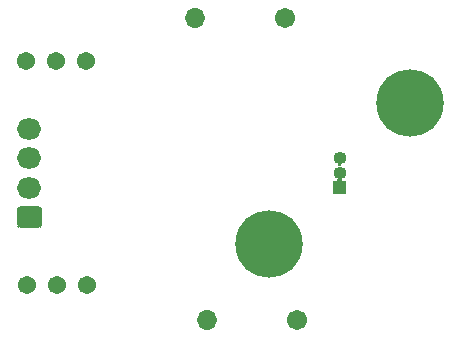
<source format=gbr>
%TF.GenerationSoftware,KiCad,Pcbnew,(5.1.7)-1*%
%TF.CreationDate,2021-02-26T19:53:25+00:00*%
%TF.ProjectId,Line-Generator-V2,4c696e65-2d47-4656-9e65-7261746f722d,rev?*%
%TF.SameCoordinates,Original*%
%TF.FileFunction,Soldermask,Bot*%
%TF.FilePolarity,Negative*%
%FSLAX46Y46*%
G04 Gerber Fmt 4.6, Leading zero omitted, Abs format (unit mm)*
G04 Created by KiCad (PCBNEW (5.1.7)-1) date 2021-02-26 19:53:25*
%MOMM*%
%LPD*%
G01*
G04 APERTURE LIST*
%ADD10C,1.542000*%
%ADD11O,1.102000X1.102000*%
%ADD12O,2.052000X1.802000*%
%ADD13C,1.702000*%
%ADD14O,1.702000X1.702000*%
%ADD15C,5.702000*%
%ADD16C,0.100000*%
G04 APERTURE END LIST*
D10*
%TO.C,RV2*%
X69500000Y-60250000D03*
X72040000Y-60250000D03*
X74580000Y-60250000D03*
%TD*%
%TO.C,RV1*%
X74500000Y-41250000D03*
X71960000Y-41250000D03*
X69420000Y-41250000D03*
%TD*%
%TO.C,D2*%
G36*
G01*
X95449000Y-52500000D02*
X95449000Y-51500000D01*
G75*
G02*
X95500000Y-51449000I51000J0D01*
G01*
X96500000Y-51449000D01*
G75*
G02*
X96551000Y-51500000I0J-51000D01*
G01*
X96551000Y-52500000D01*
G75*
G02*
X96500000Y-52551000I-51000J0D01*
G01*
X95500000Y-52551000D01*
G75*
G02*
X95449000Y-52500000I0J51000D01*
G01*
G37*
D11*
X96000000Y-50730000D03*
X96000000Y-49460000D03*
%TD*%
%TO.C,J1*%
G36*
G01*
X70511000Y-55401000D02*
X68989000Y-55401000D01*
G75*
G02*
X68724000Y-55136000I0J265000D01*
G01*
X68724000Y-53864000D01*
G75*
G02*
X68989000Y-53599000I265000J0D01*
G01*
X70511000Y-53599000D01*
G75*
G02*
X70776000Y-53864000I0J-265000D01*
G01*
X70776000Y-55136000D01*
G75*
G02*
X70511000Y-55401000I-265000J0D01*
G01*
G37*
D12*
X69750000Y-52000000D03*
X69750000Y-49500000D03*
X69750000Y-47000000D03*
%TD*%
D13*
%TO.C,R4*%
X91400000Y-37600000D03*
D14*
X83780000Y-37600000D03*
%TD*%
%TO.C,R5*%
X84780000Y-63200000D03*
D13*
X92400000Y-63200000D03*
%TD*%
D15*
%TO.C,H1*%
X102000000Y-44800000D03*
%TD*%
%TO.C,H4*%
X90000000Y-56800000D03*
%TD*%
D16*
G36*
X68725990Y-55135804D02*
G01*
X68731062Y-55187304D01*
X68746029Y-55236642D01*
X68770332Y-55282110D01*
X68803038Y-55321962D01*
X68842890Y-55354668D01*
X68888358Y-55378971D01*
X68937696Y-55393938D01*
X68989196Y-55399010D01*
X68990822Y-55400175D01*
X68990626Y-55402165D01*
X68989000Y-55403000D01*
X68906903Y-55403000D01*
X68906707Y-55402990D01*
X68866204Y-55399001D01*
X68865819Y-55398925D01*
X68832767Y-55388899D01*
X68832405Y-55388749D01*
X68801954Y-55372472D01*
X68801628Y-55372254D01*
X68774932Y-55350345D01*
X68774655Y-55350068D01*
X68752746Y-55323372D01*
X68752528Y-55323046D01*
X68736251Y-55292595D01*
X68736101Y-55292233D01*
X68726075Y-55259181D01*
X68725999Y-55258796D01*
X68722010Y-55218293D01*
X68722000Y-55218097D01*
X68722000Y-55136000D01*
X68723000Y-55134268D01*
X68725000Y-55134268D01*
X68725990Y-55135804D01*
G37*
G36*
X70777165Y-55134374D02*
G01*
X70778000Y-55136000D01*
X70778000Y-55218097D01*
X70777990Y-55218293D01*
X70774001Y-55258796D01*
X70773925Y-55259181D01*
X70763899Y-55292233D01*
X70763749Y-55292595D01*
X70747472Y-55323046D01*
X70747254Y-55323372D01*
X70725345Y-55350068D01*
X70725068Y-55350345D01*
X70698372Y-55372254D01*
X70698046Y-55372472D01*
X70667595Y-55388749D01*
X70667233Y-55388899D01*
X70634181Y-55398925D01*
X70633796Y-55399001D01*
X70593293Y-55402990D01*
X70593097Y-55403000D01*
X70511000Y-55403000D01*
X70509268Y-55402000D01*
X70509268Y-55400000D01*
X70510804Y-55399010D01*
X70562304Y-55393938D01*
X70611642Y-55378971D01*
X70657110Y-55354668D01*
X70696962Y-55321962D01*
X70729668Y-55282110D01*
X70753971Y-55236642D01*
X70768938Y-55187304D01*
X70774010Y-55135804D01*
X70775175Y-55134178D01*
X70777165Y-55134374D01*
G37*
G36*
X68990732Y-53598000D02*
G01*
X68990732Y-53600000D01*
X68989196Y-53600990D01*
X68937696Y-53606062D01*
X68888358Y-53621029D01*
X68842890Y-53645332D01*
X68803038Y-53678038D01*
X68770332Y-53717890D01*
X68746029Y-53763358D01*
X68731062Y-53812696D01*
X68725990Y-53864196D01*
X68724825Y-53865822D01*
X68722835Y-53865626D01*
X68722000Y-53864000D01*
X68722000Y-53781903D01*
X68722010Y-53781707D01*
X68725999Y-53741204D01*
X68726075Y-53740819D01*
X68736101Y-53707767D01*
X68736251Y-53707405D01*
X68752528Y-53676954D01*
X68752746Y-53676628D01*
X68774655Y-53649932D01*
X68774932Y-53649655D01*
X68801628Y-53627746D01*
X68801954Y-53627528D01*
X68832405Y-53611251D01*
X68832767Y-53611101D01*
X68865819Y-53601075D01*
X68866204Y-53600999D01*
X68906707Y-53597010D01*
X68906903Y-53597000D01*
X68989000Y-53597000D01*
X68990732Y-53598000D01*
G37*
G36*
X70593293Y-53597010D02*
G01*
X70633796Y-53600999D01*
X70634181Y-53601075D01*
X70667233Y-53611101D01*
X70667595Y-53611251D01*
X70698046Y-53627528D01*
X70698372Y-53627746D01*
X70725068Y-53649655D01*
X70725345Y-53649932D01*
X70747254Y-53676628D01*
X70747472Y-53676954D01*
X70763749Y-53707405D01*
X70763899Y-53707767D01*
X70773925Y-53740819D01*
X70774001Y-53741204D01*
X70777990Y-53781707D01*
X70778000Y-53781903D01*
X70778000Y-53864000D01*
X70777000Y-53865732D01*
X70775000Y-53865732D01*
X70774010Y-53864196D01*
X70768938Y-53812696D01*
X70753971Y-53763358D01*
X70729668Y-53717890D01*
X70696962Y-53678038D01*
X70657110Y-53645332D01*
X70611642Y-53621029D01*
X70562304Y-53606062D01*
X70510804Y-53600990D01*
X70509178Y-53599825D01*
X70509374Y-53597835D01*
X70511000Y-53597000D01*
X70593097Y-53597000D01*
X70593293Y-53597010D01*
G37*
G36*
X96258105Y-51215534D02*
G01*
X96258870Y-51217382D01*
X96257998Y-51218784D01*
X96253670Y-51221676D01*
X96234955Y-51237035D01*
X96219660Y-51255672D01*
X96208295Y-51276935D01*
X96201295Y-51300010D01*
X96198932Y-51324001D01*
X96201295Y-51347993D01*
X96208295Y-51371068D01*
X96219660Y-51392331D01*
X96234956Y-51410968D01*
X96253593Y-51426263D01*
X96274856Y-51437628D01*
X96297931Y-51444628D01*
X96322118Y-51447010D01*
X96323744Y-51448175D01*
X96323548Y-51450165D01*
X96321922Y-51451000D01*
X95678078Y-51451000D01*
X95676346Y-51450000D01*
X95676346Y-51448000D01*
X95677882Y-51447010D01*
X95702069Y-51444628D01*
X95725144Y-51437628D01*
X95746408Y-51426263D01*
X95765045Y-51410968D01*
X95780340Y-51392331D01*
X95791705Y-51371067D01*
X95798705Y-51347992D01*
X95801068Y-51324001D01*
X95798705Y-51300010D01*
X95791705Y-51276935D01*
X95780340Y-51255671D01*
X95765045Y-51237034D01*
X95746330Y-51221676D01*
X95742002Y-51218784D01*
X95741117Y-51216990D01*
X95742228Y-51215327D01*
X95743878Y-51215273D01*
X95840635Y-51255350D01*
X95946192Y-51276347D01*
X96053808Y-51276347D01*
X96159365Y-51255350D01*
X96256122Y-51215273D01*
X96258105Y-51215534D01*
G37*
G36*
X96172906Y-49980824D02*
G01*
X96173671Y-49982672D01*
X96172631Y-49984175D01*
X96156609Y-49992738D01*
X96137972Y-50008033D01*
X96122677Y-50026670D01*
X96111312Y-50047934D01*
X96104312Y-50071009D01*
X96101949Y-50095000D01*
X96104312Y-50118991D01*
X96111312Y-50142066D01*
X96122677Y-50163330D01*
X96137972Y-50181967D01*
X96156609Y-50197262D01*
X96172631Y-50205825D01*
X96173687Y-50207524D01*
X96172744Y-50209287D01*
X96170923Y-50209437D01*
X96159365Y-50204650D01*
X96053808Y-50183653D01*
X95946192Y-50183653D01*
X95840635Y-50204650D01*
X95829077Y-50209437D01*
X95827094Y-50209176D01*
X95826329Y-50207328D01*
X95827369Y-50205825D01*
X95843391Y-50197262D01*
X95862028Y-50181967D01*
X95877323Y-50163330D01*
X95888688Y-50142066D01*
X95895688Y-50118991D01*
X95898051Y-50095000D01*
X95895688Y-50071009D01*
X95888688Y-50047934D01*
X95877323Y-50026670D01*
X95862028Y-50008033D01*
X95843391Y-49992738D01*
X95827369Y-49984175D01*
X95826313Y-49982476D01*
X95827256Y-49980713D01*
X95829077Y-49980563D01*
X95840635Y-49985350D01*
X95946192Y-50006347D01*
X96053808Y-50006347D01*
X96159365Y-49985350D01*
X96170923Y-49980563D01*
X96172906Y-49980824D01*
G37*
M02*

</source>
